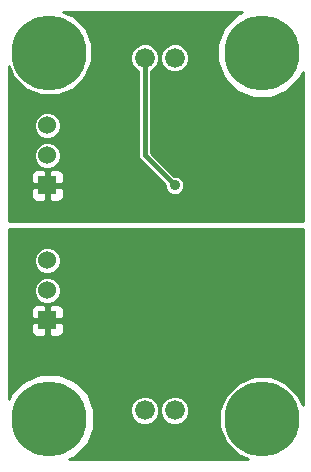
<source format=gbl>
G04 (created by PCBNEW (2013-04-19 BZR 4011)-stable) date 05/01/2015 16:59:12*
%MOIN*%
G04 Gerber Fmt 3.4, Leading zero omitted, Abs format*
%FSLAX34Y34*%
G01*
G70*
G90*
G04 APERTURE LIST*
%ADD10C,2.3622e-006*%
%ADD11C,0.25*%
%ADD12C,0.066*%
%ADD13R,0.06X0.06*%
%ADD14C,0.06*%
%ADD15C,0.035*%
%ADD16C,0.015*%
%ADD17C,0.008*%
%ADD18C,0.01*%
G04 APERTURE END LIST*
G54D10*
G54D11*
X8661Y-13779D03*
X1574Y-1574D03*
G54D12*
X4750Y-13500D03*
X5750Y-13500D03*
X5750Y-1750D03*
X4750Y-1750D03*
G54D13*
X1500Y-10500D03*
G54D14*
X1500Y-9500D03*
X1500Y-8500D03*
G54D13*
X1500Y-6000D03*
G54D14*
X1500Y-5000D03*
X1500Y-4000D03*
G54D11*
X1574Y-13779D03*
X8661Y-1574D03*
G54D15*
X2600Y-4700D03*
X6900Y-6600D03*
X3100Y-6500D03*
X6600Y-10250D03*
X5750Y-6000D03*
G54D16*
X4750Y-1750D02*
X4750Y-5000D01*
X4750Y-5000D02*
X5750Y-6000D01*
G54D17*
X5750Y-6000D02*
X4750Y-5000D01*
G54D10*
G36*
X10011Y-7200D02*
X6230Y-7200D01*
X6230Y-1654D01*
X6157Y-1478D01*
X6022Y-1343D01*
X5845Y-1270D01*
X5654Y-1269D01*
X5478Y-1342D01*
X5343Y-1477D01*
X5270Y-1654D01*
X5269Y-1845D01*
X5342Y-2021D01*
X5477Y-2156D01*
X5654Y-2229D01*
X5845Y-2230D01*
X6021Y-2157D01*
X6156Y-2022D01*
X6229Y-1845D01*
X6230Y-1654D01*
X6230Y-7200D01*
X6075Y-7200D01*
X6075Y-5935D01*
X6025Y-5816D01*
X5934Y-5724D01*
X5814Y-5675D01*
X5743Y-5674D01*
X4975Y-4906D01*
X4975Y-2176D01*
X5021Y-2157D01*
X5156Y-2022D01*
X5229Y-1845D01*
X5230Y-1654D01*
X5157Y-1478D01*
X5022Y-1343D01*
X4845Y-1270D01*
X4654Y-1269D01*
X4478Y-1342D01*
X4343Y-1477D01*
X4270Y-1654D01*
X4269Y-1845D01*
X4342Y-2021D01*
X4477Y-2156D01*
X4525Y-2176D01*
X4525Y-4999D01*
X4524Y-5000D01*
X4539Y-5071D01*
X4542Y-5086D01*
X4590Y-5159D01*
X5425Y-5993D01*
X5424Y-6064D01*
X5474Y-6183D01*
X5565Y-6275D01*
X5685Y-6324D01*
X5814Y-6325D01*
X5933Y-6275D01*
X6025Y-6184D01*
X6074Y-6064D01*
X6075Y-5935D01*
X6075Y-7200D01*
X2050Y-7200D01*
X2050Y-6349D01*
X2050Y-5650D01*
X2012Y-5558D01*
X1950Y-5496D01*
X1950Y-4910D01*
X1950Y-3910D01*
X1881Y-3745D01*
X1755Y-3618D01*
X1589Y-3550D01*
X1410Y-3549D01*
X1245Y-3618D01*
X1118Y-3744D01*
X1050Y-3910D01*
X1049Y-4089D01*
X1118Y-4254D01*
X1244Y-4381D01*
X1410Y-4449D01*
X1589Y-4450D01*
X1754Y-4381D01*
X1881Y-4255D01*
X1949Y-4089D01*
X1950Y-3910D01*
X1950Y-4910D01*
X1881Y-4745D01*
X1755Y-4618D01*
X1589Y-4550D01*
X1410Y-4549D01*
X1245Y-4618D01*
X1118Y-4744D01*
X1050Y-4910D01*
X1049Y-5089D01*
X1118Y-5254D01*
X1244Y-5381D01*
X1410Y-5449D01*
X1589Y-5450D01*
X1754Y-5381D01*
X1881Y-5255D01*
X1949Y-5089D01*
X1950Y-4910D01*
X1950Y-5496D01*
X1941Y-5488D01*
X1849Y-5450D01*
X1750Y-5449D01*
X1612Y-5450D01*
X1550Y-5512D01*
X1550Y-5950D01*
X1987Y-5950D01*
X2050Y-5887D01*
X2050Y-5650D01*
X2050Y-6349D01*
X2050Y-6112D01*
X1987Y-6050D01*
X1550Y-6050D01*
X1550Y-6487D01*
X1612Y-6550D01*
X1750Y-6550D01*
X1849Y-6549D01*
X1941Y-6511D01*
X2012Y-6441D01*
X2050Y-6349D01*
X2050Y-7200D01*
X1450Y-7200D01*
X1450Y-6487D01*
X1450Y-6050D01*
X1450Y-5950D01*
X1450Y-5512D01*
X1387Y-5450D01*
X1249Y-5449D01*
X1150Y-5450D01*
X1058Y-5488D01*
X987Y-5558D01*
X949Y-5650D01*
X950Y-5887D01*
X1012Y-5950D01*
X1450Y-5950D01*
X1450Y-6050D01*
X1012Y-6050D01*
X950Y-6112D01*
X949Y-6349D01*
X987Y-6441D01*
X1058Y-6511D01*
X1150Y-6549D01*
X1249Y-6550D01*
X1387Y-6550D01*
X1450Y-6487D01*
X1450Y-7200D01*
X225Y-7200D01*
X225Y-2026D01*
X370Y-2378D01*
X769Y-2777D01*
X1291Y-2994D01*
X1856Y-2995D01*
X2378Y-2779D01*
X2777Y-2380D01*
X2994Y-1858D01*
X2995Y-1293D01*
X2779Y-771D01*
X2380Y-371D01*
X2026Y-225D01*
X8000Y-225D01*
X7812Y-302D01*
X7390Y-724D01*
X7161Y-1275D01*
X7161Y-1871D01*
X7389Y-2423D01*
X7810Y-2845D01*
X8361Y-3074D01*
X8958Y-3075D01*
X9509Y-2847D01*
X9932Y-2425D01*
X10011Y-2235D01*
X10011Y-7200D01*
X10011Y-7200D01*
G37*
G54D18*
X10011Y-7200D02*
X6230Y-7200D01*
X6230Y-1654D01*
X6157Y-1478D01*
X6022Y-1343D01*
X5845Y-1270D01*
X5654Y-1269D01*
X5478Y-1342D01*
X5343Y-1477D01*
X5270Y-1654D01*
X5269Y-1845D01*
X5342Y-2021D01*
X5477Y-2156D01*
X5654Y-2229D01*
X5845Y-2230D01*
X6021Y-2157D01*
X6156Y-2022D01*
X6229Y-1845D01*
X6230Y-1654D01*
X6230Y-7200D01*
X6075Y-7200D01*
X6075Y-5935D01*
X6025Y-5816D01*
X5934Y-5724D01*
X5814Y-5675D01*
X5743Y-5674D01*
X4975Y-4906D01*
X4975Y-2176D01*
X5021Y-2157D01*
X5156Y-2022D01*
X5229Y-1845D01*
X5230Y-1654D01*
X5157Y-1478D01*
X5022Y-1343D01*
X4845Y-1270D01*
X4654Y-1269D01*
X4478Y-1342D01*
X4343Y-1477D01*
X4270Y-1654D01*
X4269Y-1845D01*
X4342Y-2021D01*
X4477Y-2156D01*
X4525Y-2176D01*
X4525Y-4999D01*
X4524Y-5000D01*
X4539Y-5071D01*
X4542Y-5086D01*
X4590Y-5159D01*
X5425Y-5993D01*
X5424Y-6064D01*
X5474Y-6183D01*
X5565Y-6275D01*
X5685Y-6324D01*
X5814Y-6325D01*
X5933Y-6275D01*
X6025Y-6184D01*
X6074Y-6064D01*
X6075Y-5935D01*
X6075Y-7200D01*
X2050Y-7200D01*
X2050Y-6349D01*
X2050Y-5650D01*
X2012Y-5558D01*
X1950Y-5496D01*
X1950Y-4910D01*
X1950Y-3910D01*
X1881Y-3745D01*
X1755Y-3618D01*
X1589Y-3550D01*
X1410Y-3549D01*
X1245Y-3618D01*
X1118Y-3744D01*
X1050Y-3910D01*
X1049Y-4089D01*
X1118Y-4254D01*
X1244Y-4381D01*
X1410Y-4449D01*
X1589Y-4450D01*
X1754Y-4381D01*
X1881Y-4255D01*
X1949Y-4089D01*
X1950Y-3910D01*
X1950Y-4910D01*
X1881Y-4745D01*
X1755Y-4618D01*
X1589Y-4550D01*
X1410Y-4549D01*
X1245Y-4618D01*
X1118Y-4744D01*
X1050Y-4910D01*
X1049Y-5089D01*
X1118Y-5254D01*
X1244Y-5381D01*
X1410Y-5449D01*
X1589Y-5450D01*
X1754Y-5381D01*
X1881Y-5255D01*
X1949Y-5089D01*
X1950Y-4910D01*
X1950Y-5496D01*
X1941Y-5488D01*
X1849Y-5450D01*
X1750Y-5449D01*
X1612Y-5450D01*
X1550Y-5512D01*
X1550Y-5950D01*
X1987Y-5950D01*
X2050Y-5887D01*
X2050Y-5650D01*
X2050Y-6349D01*
X2050Y-6112D01*
X1987Y-6050D01*
X1550Y-6050D01*
X1550Y-6487D01*
X1612Y-6550D01*
X1750Y-6550D01*
X1849Y-6549D01*
X1941Y-6511D01*
X2012Y-6441D01*
X2050Y-6349D01*
X2050Y-7200D01*
X1450Y-7200D01*
X1450Y-6487D01*
X1450Y-6050D01*
X1450Y-5950D01*
X1450Y-5512D01*
X1387Y-5450D01*
X1249Y-5449D01*
X1150Y-5450D01*
X1058Y-5488D01*
X987Y-5558D01*
X949Y-5650D01*
X950Y-5887D01*
X1012Y-5950D01*
X1450Y-5950D01*
X1450Y-6050D01*
X1012Y-6050D01*
X950Y-6112D01*
X949Y-6349D01*
X987Y-6441D01*
X1058Y-6511D01*
X1150Y-6549D01*
X1249Y-6550D01*
X1387Y-6550D01*
X1450Y-6487D01*
X1450Y-7200D01*
X225Y-7200D01*
X225Y-2026D01*
X370Y-2378D01*
X769Y-2777D01*
X1291Y-2994D01*
X1856Y-2995D01*
X2378Y-2779D01*
X2777Y-2380D01*
X2994Y-1858D01*
X2995Y-1293D01*
X2779Y-771D01*
X2380Y-371D01*
X2026Y-225D01*
X8000Y-225D01*
X7812Y-302D01*
X7390Y-724D01*
X7161Y-1275D01*
X7161Y-1871D01*
X7389Y-2423D01*
X7810Y-2845D01*
X8361Y-3074D01*
X8958Y-3075D01*
X9509Y-2847D01*
X9932Y-2425D01*
X10011Y-2235D01*
X10011Y-7200D01*
G54D10*
G36*
X10011Y-13327D02*
X9865Y-12976D01*
X9466Y-12576D01*
X8945Y-12359D01*
X8380Y-12359D01*
X7858Y-12575D01*
X7458Y-12974D01*
X7241Y-13495D01*
X7241Y-14060D01*
X7456Y-14582D01*
X7856Y-14982D01*
X8209Y-15129D01*
X6230Y-15129D01*
X6230Y-13404D01*
X6157Y-13228D01*
X6022Y-13093D01*
X5845Y-13020D01*
X5654Y-13019D01*
X5478Y-13092D01*
X5343Y-13227D01*
X5270Y-13404D01*
X5269Y-13595D01*
X5342Y-13771D01*
X5477Y-13906D01*
X5654Y-13979D01*
X5845Y-13980D01*
X6021Y-13907D01*
X6156Y-13772D01*
X6229Y-13595D01*
X6230Y-13404D01*
X6230Y-15129D01*
X5230Y-15129D01*
X5230Y-13404D01*
X5157Y-13228D01*
X5022Y-13093D01*
X4845Y-13020D01*
X4654Y-13019D01*
X4478Y-13092D01*
X4343Y-13227D01*
X4270Y-13404D01*
X4269Y-13595D01*
X4342Y-13771D01*
X4477Y-13906D01*
X4654Y-13979D01*
X4845Y-13980D01*
X5021Y-13907D01*
X5156Y-13772D01*
X5229Y-13595D01*
X5230Y-13404D01*
X5230Y-15129D01*
X2235Y-15129D01*
X2423Y-15051D01*
X2845Y-14630D01*
X3074Y-14079D01*
X3075Y-13482D01*
X2847Y-12930D01*
X2425Y-12508D01*
X2050Y-12352D01*
X2050Y-10849D01*
X2050Y-10150D01*
X2012Y-10058D01*
X1950Y-9996D01*
X1950Y-9410D01*
X1950Y-8410D01*
X1881Y-8245D01*
X1755Y-8118D01*
X1589Y-8050D01*
X1410Y-8049D01*
X1245Y-8118D01*
X1118Y-8244D01*
X1050Y-8410D01*
X1049Y-8589D01*
X1118Y-8754D01*
X1244Y-8881D01*
X1410Y-8949D01*
X1589Y-8950D01*
X1754Y-8881D01*
X1881Y-8755D01*
X1949Y-8589D01*
X1950Y-8410D01*
X1950Y-9410D01*
X1881Y-9245D01*
X1755Y-9118D01*
X1589Y-9050D01*
X1410Y-9049D01*
X1245Y-9118D01*
X1118Y-9244D01*
X1050Y-9410D01*
X1049Y-9589D01*
X1118Y-9754D01*
X1244Y-9881D01*
X1410Y-9949D01*
X1589Y-9950D01*
X1754Y-9881D01*
X1881Y-9755D01*
X1949Y-9589D01*
X1950Y-9410D01*
X1950Y-9996D01*
X1941Y-9988D01*
X1849Y-9950D01*
X1750Y-9949D01*
X1612Y-9950D01*
X1550Y-10012D01*
X1550Y-10450D01*
X1987Y-10450D01*
X2050Y-10387D01*
X2050Y-10150D01*
X2050Y-10849D01*
X2050Y-10612D01*
X1987Y-10550D01*
X1550Y-10550D01*
X1550Y-10987D01*
X1612Y-11050D01*
X1750Y-11050D01*
X1849Y-11049D01*
X1941Y-11011D01*
X2012Y-10941D01*
X2050Y-10849D01*
X2050Y-12352D01*
X1874Y-12279D01*
X1450Y-12279D01*
X1450Y-10987D01*
X1450Y-10550D01*
X1450Y-10450D01*
X1450Y-10012D01*
X1387Y-9950D01*
X1249Y-9949D01*
X1150Y-9950D01*
X1058Y-9988D01*
X987Y-10058D01*
X949Y-10150D01*
X950Y-10387D01*
X1012Y-10450D01*
X1450Y-10450D01*
X1450Y-10550D01*
X1012Y-10550D01*
X950Y-10612D01*
X949Y-10849D01*
X987Y-10941D01*
X1058Y-11011D01*
X1150Y-11049D01*
X1249Y-11050D01*
X1387Y-11050D01*
X1450Y-10987D01*
X1450Y-12279D01*
X1277Y-12279D01*
X726Y-12507D01*
X303Y-12928D01*
X225Y-13118D01*
X225Y-7450D01*
X10011Y-7450D01*
X10011Y-13327D01*
X10011Y-13327D01*
G37*
G54D18*
X10011Y-13327D02*
X9865Y-12976D01*
X9466Y-12576D01*
X8945Y-12359D01*
X8380Y-12359D01*
X7858Y-12575D01*
X7458Y-12974D01*
X7241Y-13495D01*
X7241Y-14060D01*
X7456Y-14582D01*
X7856Y-14982D01*
X8209Y-15129D01*
X6230Y-15129D01*
X6230Y-13404D01*
X6157Y-13228D01*
X6022Y-13093D01*
X5845Y-13020D01*
X5654Y-13019D01*
X5478Y-13092D01*
X5343Y-13227D01*
X5270Y-13404D01*
X5269Y-13595D01*
X5342Y-13771D01*
X5477Y-13906D01*
X5654Y-13979D01*
X5845Y-13980D01*
X6021Y-13907D01*
X6156Y-13772D01*
X6229Y-13595D01*
X6230Y-13404D01*
X6230Y-15129D01*
X5230Y-15129D01*
X5230Y-13404D01*
X5157Y-13228D01*
X5022Y-13093D01*
X4845Y-13020D01*
X4654Y-13019D01*
X4478Y-13092D01*
X4343Y-13227D01*
X4270Y-13404D01*
X4269Y-13595D01*
X4342Y-13771D01*
X4477Y-13906D01*
X4654Y-13979D01*
X4845Y-13980D01*
X5021Y-13907D01*
X5156Y-13772D01*
X5229Y-13595D01*
X5230Y-13404D01*
X5230Y-15129D01*
X2235Y-15129D01*
X2423Y-15051D01*
X2845Y-14630D01*
X3074Y-14079D01*
X3075Y-13482D01*
X2847Y-12930D01*
X2425Y-12508D01*
X2050Y-12352D01*
X2050Y-10849D01*
X2050Y-10150D01*
X2012Y-10058D01*
X1950Y-9996D01*
X1950Y-9410D01*
X1950Y-8410D01*
X1881Y-8245D01*
X1755Y-8118D01*
X1589Y-8050D01*
X1410Y-8049D01*
X1245Y-8118D01*
X1118Y-8244D01*
X1050Y-8410D01*
X1049Y-8589D01*
X1118Y-8754D01*
X1244Y-8881D01*
X1410Y-8949D01*
X1589Y-8950D01*
X1754Y-8881D01*
X1881Y-8755D01*
X1949Y-8589D01*
X1950Y-8410D01*
X1950Y-9410D01*
X1881Y-9245D01*
X1755Y-9118D01*
X1589Y-9050D01*
X1410Y-9049D01*
X1245Y-9118D01*
X1118Y-9244D01*
X1050Y-9410D01*
X1049Y-9589D01*
X1118Y-9754D01*
X1244Y-9881D01*
X1410Y-9949D01*
X1589Y-9950D01*
X1754Y-9881D01*
X1881Y-9755D01*
X1949Y-9589D01*
X1950Y-9410D01*
X1950Y-9996D01*
X1941Y-9988D01*
X1849Y-9950D01*
X1750Y-9949D01*
X1612Y-9950D01*
X1550Y-10012D01*
X1550Y-10450D01*
X1987Y-10450D01*
X2050Y-10387D01*
X2050Y-10150D01*
X2050Y-10849D01*
X2050Y-10612D01*
X1987Y-10550D01*
X1550Y-10550D01*
X1550Y-10987D01*
X1612Y-11050D01*
X1750Y-11050D01*
X1849Y-11049D01*
X1941Y-11011D01*
X2012Y-10941D01*
X2050Y-10849D01*
X2050Y-12352D01*
X1874Y-12279D01*
X1450Y-12279D01*
X1450Y-10987D01*
X1450Y-10550D01*
X1450Y-10450D01*
X1450Y-10012D01*
X1387Y-9950D01*
X1249Y-9949D01*
X1150Y-9950D01*
X1058Y-9988D01*
X987Y-10058D01*
X949Y-10150D01*
X950Y-10387D01*
X1012Y-10450D01*
X1450Y-10450D01*
X1450Y-10550D01*
X1012Y-10550D01*
X950Y-10612D01*
X949Y-10849D01*
X987Y-10941D01*
X1058Y-11011D01*
X1150Y-11049D01*
X1249Y-11050D01*
X1387Y-11050D01*
X1450Y-10987D01*
X1450Y-12279D01*
X1277Y-12279D01*
X726Y-12507D01*
X303Y-12928D01*
X225Y-13118D01*
X225Y-7450D01*
X10011Y-7450D01*
X10011Y-13327D01*
M02*

</source>
